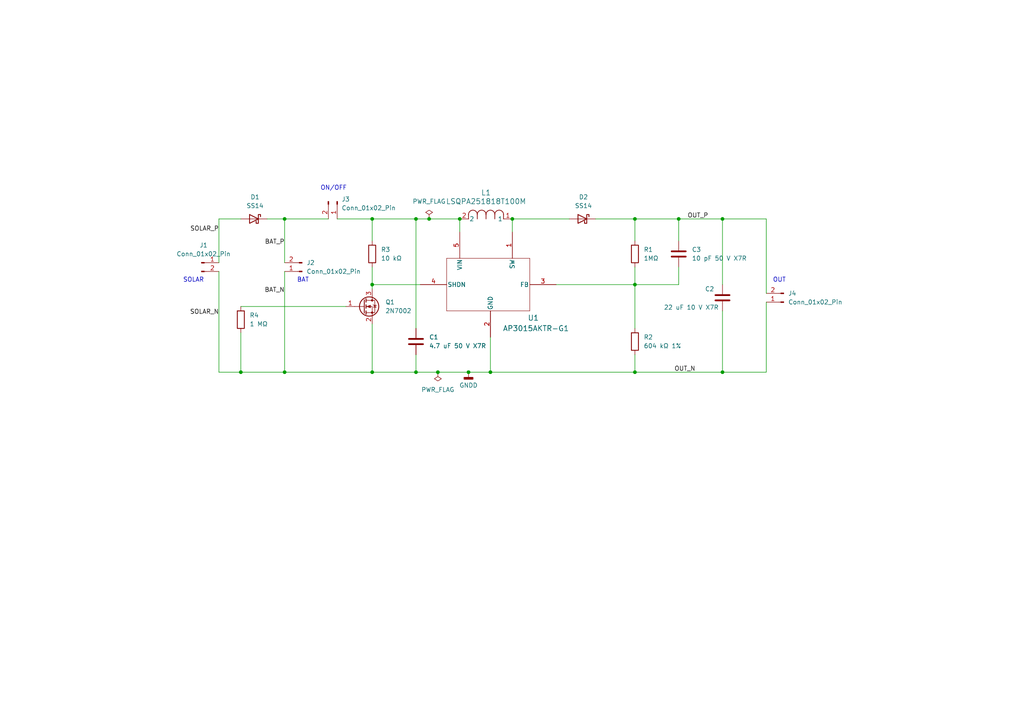
<source format=kicad_sch>
(kicad_sch (version 20250114) (generator "eeschema") (generator_version "9.0")
  (paper "A4")
  (title_block (title "Elektor's Solar Power Supply") (date "2025-07-02") (rev "1") (comment 1 "Used with permission by Peter Dalmaris") (comment 2 "for KiCad Like a Pro") (comment 3 "Designed by Clemens Valens for Elektor"))
  (lib_symbols
    (symbol "2025-07-03_20-34-06:LSQPA251818T100M" (pin_names (offset 0.254))
      (property "Reference" "L" (at 6.985 5.08 0))
      (property "Value" "LSQPA251818T100M" (at 6.985 -2.54 0))
      (symbol "LSQPA251818T100M_1_1"
        (polyline (pts (xy 2.54 0) (xy 2.54 1.27)) (stroke (width 0.2032)))
        (arc (start 2.54 1.27) (mid 3.81 2.5344) (end 5.08 1.27) (stroke (width 0.2032)))
        (polyline (pts (xy 5.08 0) (xy 5.08 1.27)) (stroke (width 0.2032)))
        (arc (start 5.08 1.27) (mid 6.35 2.5344) (end 7.62 1.27) (stroke (width 0.2032)))
        (polyline (pts (xy 7.62 0) (xy 7.62 1.27)) (stroke (width 0.2032)))
        (arc (start 7.62 1.27) (mid 8.89 2.5344) (end 10.16 1.27) (stroke (width 0.2032)))
        (polyline (pts (xy 10.16 0) (xy 10.16 1.27)) (stroke (width 0.2032)))
        (arc (start 10.16 1.27) (mid 11.43 2.5344) (end 12.7 1.27) (stroke (width 0.2032)))
        (polyline (pts (xy 12.7 0) (xy 12.7 1.27)) (stroke (width 0.2032)))
        (pin unspecified line (at 0 0 0) (length 2.54) (name "2") (number "2"))
        (pin unspecified line (at 15.24 0 180) (length 2.54) (name "1") (number "1"))
      )
      (symbol "LSQPA251818T100M_1_2"
        (arc (start -1.27 10.16) (mid -2.5344 11.43) (end -1.27 12.7) (stroke (width 0.2032)))
        (arc (start -1.27 7.62) (mid -2.5344 8.89) (end -1.27 10.16) (stroke (width 0.2032)))
        (arc (start -1.27 5.08) (mid -2.5344 6.35) (end -1.27 7.62) (stroke (width 0.2032)))
        (arc (start -1.27 2.54) (mid -2.5344 3.81) (end -1.27 5.08) (stroke (width 0.2032)))
        (polyline (pts (xy 0 12.7) (xy -1.27 12.7)) (stroke (width 0.2032)))
        (polyline (pts (xy 0 10.16) (xy -1.27 10.16)) (stroke (width 0.2032)))
        (polyline (pts (xy 0 7.62) (xy -1.27 7.62)) (stroke (width 0.2032)))
        (polyline (pts (xy 0 5.08) (xy -1.27 5.08)) (stroke (width 0.2032)))
        (polyline (pts (xy 0 2.54) (xy -1.27 2.54)) (stroke (width 0.2032)))
        (pin unspecified line (at 0 15.24 270) (length 2.54) (name "1") (number "1"))
        (pin unspecified line (at 0 0 90) (length 2.54) (name "2") (number "2"))
      )
    )
    (symbol "2025-07-03_20-35-18:AP3015AKTR-G1" (pin_names (offset 0.254))
      (property "Reference" "U1" (at 32.766 -12.192 0))
      (property "Value" "AP3015AKTR-G1" (at 33.528 -15.24 0))
      (symbol "AP3015AKTR-G1_0_1"
        (polyline (pts (xy 7.62 5.08) (xy 7.62 -10.16)) (stroke (width 0.127)))
        (polyline (pts (xy 7.62 -10.16) (xy 31.75 -10.16)) (stroke (width 0.127)))
        (polyline (pts (xy 31.75 5.08) (xy 7.62 5.08)) (stroke (width 0.127)))
        (polyline (pts (xy 31.75 -10.16) (xy 31.75 5.08)) (stroke (width 0.127)))
        (pin unspecified line (at 0 -2.54 0) (length 7.62) (name "SHDN") (number "4"))
        (pin unspecified line (at 11.43 12.7 270) (length 7.62) (name "VIN") (number "5"))
        (pin unspecified line (at 20.32 -17.78 90) (length 7.62) (name "GND") (number "2"))
        (pin unspecified line (at 26.67 12.7 270) (length 7.62) (name "SW") (number "1"))
        (pin unspecified line (at 39.37 -2.54 180) (length 7.62) (name "FB") (number "3"))
      )
    )
    (symbol "Connector:Conn_01x02_Pin" (pin_names (offset 1.016) (hide yes))
      (property "Reference" "J" (at 0 2.54 0))
      (property "Value" "Conn_01x02_Pin" (at 0 -5.08 0))
      (symbol "Conn_01x02_Pin_1_1"
        (rectangle (start 0.8636 0.127) (end 0 -0.127) (stroke (width 0.1524)) (fill (type outline)))
        (rectangle (start 0.8636 -2.413) (end 0 -2.667) (stroke (width 0.1524)) (fill (type outline)))
        (polyline (pts (xy 1.27 0) (xy 0.8636 0)) (stroke (width 0.1524)))
        (polyline (pts (xy 1.27 -2.54) (xy 0.8636 -2.54)) (stroke (width 0.1524)))
        (pin passive line (at 5.08 0 180) (length 3.81) (name "Pin_1") (number "1"))
        (pin passive line (at 5.08 -2.54 180) (length 3.81) (name "Pin_2") (number "2"))
      )
    )
    (symbol "Device:C" (pin_numbers (hide yes)) (pin_names (offset 0.254))
      (property "Reference" "C" (at 0.635 2.54 0))
      (property "Value" "C" (at 0.635 -2.54 0))
      (symbol "C_0_1"
        (polyline (pts (xy -2.032 0.762) (xy 2.032 0.762)) (stroke (width 0.508)))
        (polyline (pts (xy -2.032 -0.762) (xy 2.032 -0.762)) (stroke (width 0.508)))
      )
      (symbol "C_1_1"
        (pin passive line (at 0 3.81 270) (length 2.794) (name "~") (number "1"))
        (pin passive line (at 0 -3.81 90) (length 2.794) (name "~") (number "2"))
      )
    )
    (symbol "Device:R" (pin_numbers (hide yes)) (pin_names (offset 0))
      (property "Reference" "R" (at 2.032 0 90))
      (property "Value" "R" (at 0 0 90))
      (symbol "R_0_1"
        (rectangle (start -1.016 -2.54) (end 1.016 2.54) (stroke (width 0.254)))
      )
      (symbol "R_1_1"
        (pin passive line (at 0 3.81 270) (length 1.27) (name "~") (number "1"))
        (pin passive line (at 0 -3.81 90) (length 1.27) (name "~") (number "2"))
      )
    )
    (symbol "Diode:SS14" (pin_numbers (hide yes)) (pin_names (offset 1.016) (hide yes))
      (property "Reference" "D" (at 0 2.54 0))
      (property "Value" "SS14" (at 0 -2.54 0))
      (symbol "SS14_0_1"
        (polyline (pts (xy -1.905 0.635) (xy -1.905 1.27) (xy -1.27 1.27) (xy -1.27 -1.27) (xy -0.635 -1.27) (xy -0.635 -0.635)) (stroke (width 0.254)))
        (polyline (pts (xy 1.27 1.27) (xy 1.27 -1.27) (xy -1.27 0) (xy 1.27 1.27)) (stroke (width 0.254)))
        (polyline (pts (xy 1.27 0) (xy -1.27 0)))
      )
      (symbol "SS14_1_1"
        (pin passive line (at -3.81 0 0) (length 2.54) (name "K") (number "1"))
        (pin passive line (at 3.81 0 180) (length 2.54) (name "A") (number "2"))
      )
    )
    (symbol "Transistor_FET:2N7002" (pin_names (hide yes))
      (property "Reference" "Q" (at 5.08 1.905 0))
      (property "Value" "2N7002" (at 5.08 0 0))
      (symbol "2N7002_0_1"
        (polyline (pts (xy 0.254 1.905) (xy 0.254 -1.905)) (stroke (width 0.254)))
        (polyline (pts (xy 0.254 0) (xy -2.54 0)))
        (polyline (pts (xy 0.762 2.286) (xy 0.762 1.27)) (stroke (width 0.254)))
        (polyline (pts (xy 0.762 0.508) (xy 0.762 -0.508)) (stroke (width 0.254)))
        (polyline (pts (xy 0.762 -1.27) (xy 0.762 -2.286)) (stroke (width 0.254)))
        (polyline (pts (xy 0.762 -1.778) (xy 3.302 -1.778) (xy 3.302 1.778) (xy 0.762 1.778)))
        (polyline (pts (xy 1.016 0) (xy 2.032 0.381) (xy 2.032 -0.381) (xy 1.016 0)) (fill (type outline)))
        (circle (center 1.651 0) (radius 2.794) (stroke (width 0.254)))
        (polyline (pts (xy 2.54 2.54) (xy 2.54 1.778)))
        (circle (center 2.54 1.778) (radius 0.254) (fill (type outline)))
        (circle (center 2.54 -1.778) (radius 0.254) (fill (type outline)))
        (polyline (pts (xy 2.54 -2.54) (xy 2.54 0) (xy 0.762 0)))
        (polyline (pts (xy 2.794 0.508) (xy 2.921 0.381) (xy 3.683 0.381) (xy 3.81 0.254)))
        (polyline (pts (xy 3.302 0.381) (xy 2.921 -0.254) (xy 3.683 -0.254) (xy 3.302 0.381)))
      )
      (symbol "2N7002_1_1"
        (pin input line (at -5.08 0 0) (length 2.54) (name "G") (number "1"))
        (pin passive line (at 2.54 5.08 270) (length 2.54) (name "D") (number "3"))
        (pin passive line (at 2.54 -5.08 90) (length 2.54) (name "S") (number "2"))
      )
    )
    (symbol "power:GNDD" (power) (pin_numbers (hide yes)) (pin_names (offset 0) (hide yes))
      (property "Value" "GNDD" (at 0 -3.175 0))
      (symbol "GNDD_0_1"
        (rectangle (start -1.27 -1.524) (end 1.27 -2.032) (stroke (width 0.254)) (fill (type outline)))
        (polyline (pts (xy 0 0) (xy 0 -1.524)))
      )
      (symbol "GNDD_1_1"
        (pin power_in line (at 0 0 270) (length 0) (name "~") (number "1"))
      )
    )
    (symbol "power:PWR_FLAG" (power) (pin_numbers (hide yes)) (pin_names (offset 0) (hide yes))
      (property "Value" "PWR_FLAG" (at 0 3.81 0))
      (symbol "PWR_FLAG_0_0"
        (pin power_out line (at 0 0 90) (length 0) (name "~") (number "1"))
      )
      (symbol "PWR_FLAG_0_1"
        (polyline (pts (xy 0 0) (xy 0 1.27) (xy -1.016 1.905) (xy 0 2.54) (xy 1.016 1.905) (xy 0 1.27)))
      )
    )
  )
  (text "OUT" (at 226.06 81.28 0) (effects (font (size 1.27 1.27))))
  (text "SOLAR" (at 56.134 81.28 0) (effects (font (size 1.27 1.27))))
  (text "ON/OFF" (at 96.774 54.61 0) (effects (font (size 1.27 1.27))))
  (text "BAT" (at 87.884 81.28 0) (effects (font (size 1.27 1.27))))
  (junction (at 133.35 63.5))
  (junction (at 142.24 107.95))
  (junction (at 148.59 63.5))
  (junction (at 82.55 63.5))
  (junction (at 107.95 82.55))
  (junction (at 196.85 63.5))
  (junction (at 184.15 63.5))
  (junction (at 209.55 107.95))
  (junction (at 107.95 107.95))
  (junction (at 209.55 63.5))
  (junction (at 124.46 63.5))
  (junction (at 184.15 82.55))
  (junction (at 135.89 107.95))
  (junction (at 107.95 63.5))
  (junction (at 82.55 107.95))
  (junction (at 127 107.95))
  (junction (at 69.85 107.95))
  (junction (at 120.65 63.5))
  (junction (at 184.15 107.95))
  (junction (at 120.65 107.95))
  (wire (pts (xy 97.79 63.5) (xy 107.95 63.5)))
  (wire (pts (xy 107.95 82.55) (xy 121.92 82.55)))
  (wire (pts (xy 127 107.95) (xy 120.65 107.95)))
  (wire (pts (xy 82.55 63.5) (xy 82.55 76.2)))
  (wire (pts (xy 124.46 63.5) (xy 133.35 63.5)))
  (wire (pts (xy 196.85 82.55) (xy 184.15 82.55)))
  (wire (pts (xy 184.15 107.95) (xy 209.55 107.95)))
  (wire (pts (xy 69.85 96.52) (xy 69.85 107.95)))
  (wire (pts (xy 196.85 69.85) (xy 196.85 63.5)))
  (wire (pts (xy 107.95 77.47) (xy 107.95 82.55)))
  (wire (pts (xy 222.25 107.95) (xy 209.55 107.95)))
  (wire (pts (xy 184.15 82.55) (xy 184.15 95.25)))
  (wire (pts (xy 222.25 87.63) (xy 222.25 107.95)))
  (wire (pts (xy 148.59 63.5) (xy 165.1 63.5)))
  (wire (pts (xy 127 107.95) (xy 135.89 107.95)))
  (wire (pts (xy 184.15 77.47) (xy 184.15 82.55)))
  (wire (pts (xy 77.47 63.5) (xy 82.55 63.5)))
  (wire (pts (xy 142.24 107.95) (xy 184.15 107.95)))
  (wire (pts (xy 63.5 78.74) (xy 63.5 107.95)))
  (wire (pts (xy 82.55 63.5) (xy 95.25 63.5)))
  (wire (pts (xy 161.29 82.55) (xy 184.15 82.55)))
  (wire (pts (xy 63.5 63.5) (xy 69.85 63.5)))
  (wire (pts (xy 184.15 107.95) (xy 184.15 102.87)))
  (wire (pts (xy 209.55 63.5) (xy 196.85 63.5)))
  (wire (pts (xy 82.55 107.95) (xy 107.95 107.95)))
  (wire (pts (xy 107.95 63.5) (xy 107.95 69.85)))
  (wire (pts (xy 196.85 63.5) (xy 184.15 63.5)))
  (wire (pts (xy 196.85 77.47) (xy 196.85 82.55)))
  (wire (pts (xy 142.24 97.79) (xy 142.24 107.95)))
  (wire (pts (xy 120.65 63.5) (xy 124.46 63.5)))
  (wire (pts (xy 69.85 107.95) (xy 82.55 107.95)))
  (wire (pts (xy 209.55 82.55) (xy 209.55 63.5)))
  (wire (pts (xy 209.55 107.95) (xy 209.55 90.17)))
  (wire (pts (xy 148.59 63.5) (xy 148.59 67.31)))
  (wire (pts (xy 82.55 78.74) (xy 82.55 107.95)))
  (wire (pts (xy 63.5 107.95) (xy 69.85 107.95)))
  (wire (pts (xy 63.5 63.5) (xy 63.5 76.2)))
  (wire (pts (xy 107.95 107.95) (xy 120.65 107.95)))
  (wire (pts (xy 120.65 63.5) (xy 120.65 95.25)))
  (wire (pts (xy 107.95 63.5) (xy 120.65 63.5)))
  (wire (pts (xy 172.72 63.5) (xy 184.15 63.5)))
  (wire (pts (xy 107.95 93.98) (xy 107.95 107.95)))
  (wire (pts (xy 120.65 107.95) (xy 120.65 102.87)))
  (wire (pts (xy 184.15 63.5) (xy 184.15 69.85)))
  (wire (pts (xy 133.35 63.5) (xy 133.35 67.31)))
  (wire (pts (xy 142.24 107.95) (xy 135.89 107.95)))
  (wire (pts (xy 222.25 63.5) (xy 209.55 63.5)))
  (wire (pts (xy 69.85 88.9) (xy 100.33 88.9)))
  (wire (pts (xy 107.95 82.55) (xy 107.95 83.82)))
  (wire (pts (xy 222.25 85.09) (xy 222.25 63.5)))
  (label "OUT_P" (at 199.39 63.5 0))
  (label "BAT_N" (at 82.55 85.09 180))
  (label "SOLAR_N" (at 63.5 91.44 180))
  (label "OUT_N" (at 195.58 107.95 0))
  (label "BAT_P" (at 82.55 71.12 180))
  (label "SOLAR_P" (at 63.5 67.31 180))
  (symbol (lib_id "Connector:Conn_01x02_Pin") (at 58.42 76.2 0) (unit 1)
    (property "Reference" "J1" (at 59.055 71.12 0))
    (property "Value" "Conn_01x02_Pin" (at 59.055 73.66 0))
    (property "Footprint" "Connector_PinHeader_2.54mm:PinHeader_1x02_P2.54mm_Vertical" (effects (hide yes)))
    (property "Description" "Generic connector, single row, 01x02, script generated" (effects (hide yes)))
  )
  (symbol (lib_id "Device:C") (at 196.85 73.66 0) (unit 1)
    (property "Reference" "C3" (at 200.66 72.3899 0) (effects (justify left)))
    (property "Value" "10 pF 50 V X7R" (at 200.66 74.9299 0) (effects (justify left)))
    (property "Footprint" "Capacitor_SMD:C_0805_2012Metric" (effects (hide yes)))
    (property "Description" "Unpolarized capacitor" (effects (hide yes)))
  )
  (symbol (lib_id "power:PWR_FLAG") (at 127 107.95 180) (unit 1)
    (property "Reference" "#FLG02" (effects (hide yes)))
    (property "Value" "PWR_FLAG" (at 127 113.03 0))
    (property "Description" "Special symbol for telling ERC where power comes from" (effects (hide yes)))
  )
  (symbol (lib_id "Transistor_FET:2N7002") (at 105.41 88.9 0) (unit 1)
    (property "Reference" "Q1" (at 111.76 87.6299 0) (effects (justify left)))
    (property "Value" "2N7002" (at 111.76 90.1699 0) (effects (justify left)))
    (property "Footprint" "Package_TO_SOT_SMD:SOT-23" (effects (hide yes)))
    (property "Datasheet" "https://www.onsemi.com/pub/Collateral/NDS7002A-D.PDF" (effects (hide yes)))
    (property "Description" "0.115A Id, 60V Vds, N-Channel MOSFET, SOT-23" (effects (hide yes)))
  )
  (symbol (lib_id "Device:R") (at 184.15 73.66 0) (unit 1)
    (property "Reference" "R1" (at 186.69 72.3899 0) (effects (justify left)))
    (property "Value" "1MΩ" (at 186.69 74.9299 0) (effects (justify left)))
    (property "Footprint" "Resistor_SMD:R_0805_2012Metric" (effects (hide yes)))
    (property "Description" "Resistor" (effects (hide yes)))
  )
  (symbol (lib_id "power:PWR_FLAG") (at 124.46 63.5 0) (unit 1)
    (property "Reference" "#FLG01" (effects (hide yes)))
    (property "Value" "PWR_FLAG" (at 124.46 58.42 0))
    (property "Description" "Special symbol for telling ERC where power comes from" (effects (hide yes)))
  )
  (symbol (lib_id "Device:C") (at 209.55 86.36 0) (unit 1)
    (property "Reference" "C2" (at 204.47 83.82 0) (effects (justify left)))
    (property "Value" "22 uF 10 V X7R" (at 192.532 89.154 0) (effects (justify left)))
    (property "Footprint" "Capacitor_SMD:C_1206_3216Metric" (effects (hide yes)))
    (property "Description" "Unpolarized capacitor" (effects (hide yes)))
  )
  (symbol (lib_id "2025-07-03_20-34-06:LSQPA251818T100M") (at 133.35 63.5 0) (unit 1)
    (property "Reference" "L1" (at 140.97 55.88 0) (effects (font (size 1.524 1.524))))
    (property "Value" "LSQPA251818T100M" (at 140.97 58.42 0) (effects (font (size 1.524 1.524))))
    (property "Footprint" "LSQPA:IND_LSQPA2518_TAY" (effects (hide yes)))
    (property "Datasheet" "LSQPA251818T100M" (effects (hide yes)))
  )
  (symbol (lib_id "Device:R") (at 69.85 92.71 0) (unit 1)
    (property "Reference" "R4" (at 72.39 91.4399 0) (effects (justify left)))
    (property "Value" "1 MΩ" (at 72.39 93.9799 0) (effects (justify left)))
    (property "Footprint" "Resistor_SMD:R_0805_2012Metric" (effects (hide yes)))
    (property "Description" "Resistor" (effects (hide yes)))
  )
  (symbol (lib_id "2025-07-03_20-35-18:AP3015AKTR-G1") (at 121.92 80.01 0) (unit 1)
    (property "Reference" "U1" (at 154.686 92.202 0) (effects (font (size 1.524 1.524))))
    (property "Value" "AP3015AKTR-G1" (at 155.448 95.25 0) (effects (font (size 1.524 1.524))))
    (property "Footprint" "AP3015:SOT23-5_1P55X2P9_DIO" (effects (hide yes)))
    (property "Datasheet" "AP3015AKTR-G1" (effects (hide yes)))
  )
  (symbol (lib_id "Connector:Conn_01x02_Pin") (at 227.33 87.63 180) (unit 1)
    (property "Reference" "J4" (at 228.6 85.0899 0) (effects (justify right)))
    (property "Value" "Conn_01x02_Pin" (at 228.6 87.6299 0) (effects (justify right)))
    (property "Footprint" "Connector_PinHeader_2.00mm:PinHeader_1x02_P2.00mm_Horizontal" (effects (hide yes)))
    (property "Description" "Generic connector, single row, 01x02, script generated" (effects (hide yes)))
  )
  (symbol (lib_id "Device:C") (at 120.65 99.06 0) (unit 1)
    (property "Reference" "C1" (at 124.46 97.7899 0) (effects (justify left)))
    (property "Value" "4.7 uF 50 V X7R" (at 124.46 100.3299 0) (effects (justify left)))
    (property "Footprint" "Capacitor_SMD:C_0805_2012Metric" (effects (hide yes)))
    (property "Description" "Unpolarized capacitor" (effects (hide yes)))
  )
  (symbol (lib_id "Device:R") (at 107.95 73.66 0) (unit 1)
    (property "Reference" "R3" (at 110.49 72.3899 0) (effects (justify left)))
    (property "Value" "10 kΩ" (at 110.49 74.9299 0) (effects (justify left)))
    (property "Footprint" "Resistor_SMD:R_0805_2012Metric" (effects (hide yes)))
    (property "Description" "Resistor" (effects (hide yes)))
  )
  (symbol (lib_id "Diode:SS14") (at 168.91 63.5 0) (mirror y) (unit 1)
    (property "Reference" "D2" (at 169.2275 57.15 0))
    (property "Value" "SS14" (at 169.2275 59.69 0))
    (property "Footprint" "Diode_SMD:D_SMA" (effects (hide yes)))
    (property "Datasheet" "https://www.vishay.com/docs/88746/ss12.pdf" (effects (hide yes)))
    (property "Description" "40V 1A Schottky Diode, SMA" (effects (hide yes)))
  )
  (symbol (lib_id "Device:R") (at 184.15 99.06 0) (unit 1)
    (property "Reference" "R2" (at 186.69 97.7899 0) (effects (justify left)))
    (property "Value" "604 kΩ 1%" (at 186.69 100.3299 0) (effects (justify left)))
    (property "Footprint" "Resistor_SMD:R_0805_2012Metric" (effects (hide yes)))
    (property "Description" "Resistor" (effects (hide yes)))
  )
  (symbol (lib_id "Connector:Conn_01x02_Pin") (at 87.63 78.74 180) (unit 1)
    (property "Reference" "J2" (at 88.9 76.1999 0) (effects (justify right)))
    (property "Value" "Conn_01x02_Pin" (at 88.9 78.7399 0) (effects (justify right)))
    (property "Footprint" "Connector_PinHeader_2.54mm:PinHeader_1x02_P2.54mm_Vertical" (effects (hide yes)))
    (property "Description" "Generic connector, single row, 01x02, script generated" (effects (hide yes)))
  )
  (symbol (lib_id "Connector:Conn_01x02_Pin") (at 97.79 58.42 270) (unit 1)
    (property "Reference" "J3" (at 99.06 57.7849 90) (effects (justify left)))
    (property "Value" "Conn_01x02_Pin" (at 99.06 60.3249 90) (effects (justify left)))
    (property "Footprint" "Connector_PinHeader_2.54mm:PinHeader_1x02_P2.54mm_Vertical" (effects (hide yes)))
    (property "Description" "Generic connector, single row, 01x02, script generated" (effects (hide yes)))
  )
  (symbol (lib_id "Diode:SS14") (at 73.66 63.5 0) (mirror y) (unit 1)
    (property "Reference" "D1" (at 73.9775 57.15 0))
    (property "Value" "SS14" (at 73.9775 59.69 0))
    (property "Footprint" "Diode_SMD:D_SMA" (effects (hide yes)))
    (property "Datasheet" "https://www.vishay.com/docs/88746/ss12.pdf" (effects (hide yes)))
    (property "Description" "40V 1A Schottky Diode, SMA" (effects (hide yes)))
  )
  (symbol (lib_id "power:GNDD") (at 135.89 107.95 0) (unit 1)
    (property "Reference" "#PWR01" (effects (hide yes)))
    (property "Value" "GNDD" (at 135.89 111.76 0))
    (property "Description" "Power symbol creates a global label with name \"GNDD\" , digital ground" (effects (hide yes)))
  )
)
</source>
